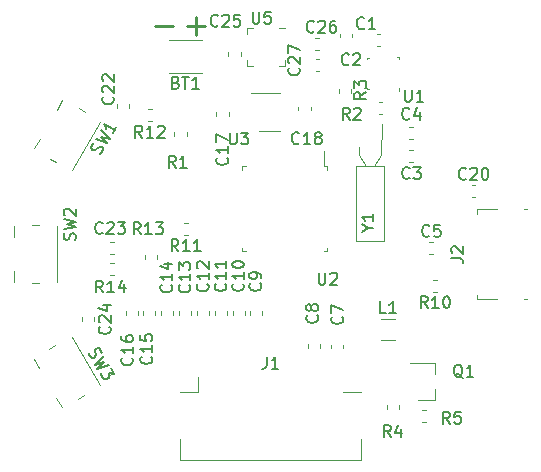
<source format=gbr>
G04 #@! TF.GenerationSoftware,KiCad,Pcbnew,5.1.4-1.fc30*
G04 #@! TF.CreationDate,2020-10-18T16:33:26+02:00*
G04 #@! TF.ProjectId,venom,76656e6f-6d2e-46b6-9963-61645f706362,rev?*
G04 #@! TF.SameCoordinates,Original*
G04 #@! TF.FileFunction,Legend,Top*
G04 #@! TF.FilePolarity,Positive*
%FSLAX46Y46*%
G04 Gerber Fmt 4.6, Leading zero omitted, Abs format (unit mm)*
G04 Created by KiCad (PCBNEW 5.1.4-1.fc30) date 2020-10-18 16:33:26*
%MOMM*%
%LPD*%
G04 APERTURE LIST*
%ADD10C,0.220000*%
%ADD11C,0.120000*%
%ADD12C,0.100000*%
%ADD13C,0.150000*%
G04 APERTURE END LIST*
D10*
X149728095Y-99482857D02*
X151251904Y-99482857D01*
X152400095Y-99456857D02*
X153923904Y-99456857D01*
X153162000Y-100218761D02*
X153162000Y-98694952D01*
D11*
X166755000Y-111274000D02*
X166755000Y-117674000D01*
X166755000Y-117674000D02*
X169155000Y-117674000D01*
X169155000Y-117674000D02*
X169155000Y-111274000D01*
X169155000Y-111274000D02*
X166755000Y-111274000D01*
X167605000Y-111274000D02*
X167005000Y-110374000D01*
X167005000Y-110374000D02*
X167005000Y-109702600D01*
X168305000Y-111274000D02*
X168905000Y-110374000D01*
X168905000Y-110374000D02*
X168910000Y-107797600D01*
D12*
X170370000Y-102120000D02*
X170220000Y-102120000D01*
X170370000Y-102130000D02*
X170370000Y-102280000D01*
X167670000Y-102130000D02*
X167670000Y-102280000D01*
X167670000Y-102130000D02*
X167820000Y-102130000D01*
X167820000Y-104830000D02*
X167670000Y-104830000D01*
X167670000Y-104830000D02*
X167670000Y-104680000D01*
X170370000Y-104680000D02*
X170370000Y-104930000D01*
D11*
X153350000Y-130410000D02*
X151860000Y-130410000D01*
X165670000Y-130410000D02*
X167160000Y-130410000D01*
X151860000Y-134470000D02*
X151860000Y-136210000D01*
X151860000Y-136210000D02*
X167160000Y-136210000D01*
X167160000Y-136210000D02*
X167160000Y-134470000D01*
X153350000Y-130410000D02*
X153350000Y-129210000D01*
X139482853Y-127649840D02*
X139945353Y-128450914D01*
X142687147Y-125799840D02*
X145037147Y-129870160D01*
X143723157Y-130744262D02*
X143246843Y-131019262D01*
X141273157Y-126500738D02*
X140796843Y-126775738D01*
X141370353Y-130919086D02*
X141832853Y-131720160D01*
X153692064Y-103400000D02*
X150887936Y-103400000D01*
X153692064Y-100680000D02*
X150887936Y-100680000D01*
X168818779Y-100150000D02*
X168493221Y-100150000D01*
X168818779Y-101170000D02*
X168493221Y-101170000D01*
X165400000Y-100422779D02*
X165400000Y-100097221D01*
X166420000Y-100422779D02*
X166420000Y-100097221D01*
X171257221Y-109930000D02*
X171582779Y-109930000D01*
X171257221Y-110950000D02*
X171582779Y-110950000D01*
X171277221Y-109060000D02*
X171602779Y-109060000D01*
X171277221Y-108040000D02*
X171602779Y-108040000D01*
X172967221Y-118790000D02*
X173292779Y-118790000D01*
X172967221Y-117770000D02*
X173292779Y-117770000D01*
X164630000Y-126762779D02*
X164630000Y-126437221D01*
X165650000Y-126762779D02*
X165650000Y-126437221D01*
X162720000Y-126742779D02*
X162720000Y-126417221D01*
X163740000Y-126742779D02*
X163740000Y-126417221D01*
X158830000Y-123942779D02*
X158830000Y-123617221D01*
X157810000Y-123942779D02*
X157810000Y-123617221D01*
X157320000Y-123942779D02*
X157320000Y-123617221D01*
X156300000Y-123942779D02*
X156300000Y-123617221D01*
X154790000Y-123942779D02*
X154790000Y-123617221D01*
X155810000Y-123942779D02*
X155810000Y-123617221D01*
X153280000Y-123932779D02*
X153280000Y-123607221D01*
X154300000Y-123932779D02*
X154300000Y-123607221D01*
X152790000Y-123932779D02*
X152790000Y-123607221D01*
X151770000Y-123932779D02*
X151770000Y-123607221D01*
X150260000Y-123932779D02*
X150260000Y-123607221D01*
X151280000Y-123932779D02*
X151280000Y-123607221D01*
X149770000Y-123932779D02*
X149770000Y-123607221D01*
X148750000Y-123932779D02*
X148750000Y-123607221D01*
X148260000Y-123932779D02*
X148260000Y-123607221D01*
X147240000Y-123932779D02*
X147240000Y-123607221D01*
X154938000Y-106771221D02*
X154938000Y-107096779D01*
X155958000Y-106771221D02*
X155958000Y-107096779D01*
X161880000Y-106612779D02*
X161880000Y-106287221D01*
X162900000Y-106612779D02*
X162900000Y-106287221D01*
X173460000Y-131120000D02*
X173460000Y-130190000D01*
X173460000Y-127960000D02*
X173460000Y-128890000D01*
X173460000Y-127960000D02*
X171300000Y-127960000D01*
X173460000Y-131120000D02*
X172000000Y-131120000D01*
X152402000Y-108439721D02*
X152402000Y-108765279D01*
X151382000Y-108439721D02*
X151382000Y-108765279D01*
X168992779Y-105860000D02*
X168667221Y-105860000D01*
X168992779Y-106880000D02*
X168667221Y-106880000D01*
X165280000Y-105102779D02*
X165280000Y-104777221D01*
X166300000Y-105102779D02*
X166300000Y-104777221D01*
X170360000Y-131537221D02*
X170360000Y-131862779D01*
X169340000Y-131537221D02*
X169340000Y-131862779D01*
X172317221Y-133010000D02*
X172642779Y-133010000D01*
X172317221Y-131990000D02*
X172642779Y-131990000D01*
X141872853Y-105739840D02*
X141410353Y-106540914D01*
X145077147Y-107589840D02*
X142727147Y-111660160D01*
X141313157Y-110959262D02*
X140836843Y-110684262D01*
X143763157Y-106715738D02*
X143286843Y-106440738D01*
X139985353Y-109009086D02*
X139522853Y-109810160D01*
X137760000Y-120205000D02*
X137760000Y-121130000D01*
X139885000Y-116330000D02*
X139335000Y-116330000D01*
X139885000Y-121230000D02*
X139335000Y-121230000D01*
X141460000Y-116430000D02*
X141460000Y-121130000D01*
X137760000Y-116430000D02*
X137760000Y-117355000D01*
X158510000Y-108390000D02*
X160310000Y-108390000D01*
X160310000Y-105170000D02*
X157860000Y-105170000D01*
X176960000Y-114970000D02*
X176960000Y-115350000D01*
X181010000Y-114970000D02*
X181270000Y-114970000D01*
X176960000Y-114970000D02*
X178730000Y-114970000D01*
X176960000Y-122590000D02*
X176960000Y-122210000D01*
X178730000Y-122590000D02*
X176960000Y-122590000D01*
X181270000Y-122590000D02*
X181010000Y-122590000D01*
X173612779Y-120940000D02*
X173287221Y-120940000D01*
X173612779Y-121960000D02*
X173287221Y-121960000D01*
X152512779Y-117160000D02*
X152187221Y-117160000D01*
X152512779Y-116140000D02*
X152187221Y-116140000D01*
X157100000Y-118250000D02*
X157100000Y-118550000D01*
X157100000Y-118550000D02*
X157400000Y-118550000D01*
X157100000Y-111630000D02*
X157100000Y-111330000D01*
X157100000Y-111330000D02*
X157400000Y-111330000D01*
X164320000Y-118250000D02*
X164320000Y-118550000D01*
X164320000Y-118550000D02*
X164020000Y-118550000D01*
X164320000Y-111630000D02*
X164320000Y-111330000D01*
X164320000Y-111330000D02*
X164020000Y-111330000D01*
X164020000Y-111330000D02*
X164020000Y-110015000D01*
X176537221Y-113960000D02*
X176862779Y-113960000D01*
X176537221Y-112940000D02*
X176862779Y-112940000D01*
X146500000Y-106432779D02*
X146500000Y-106107221D01*
X147520000Y-106432779D02*
X147520000Y-106107221D01*
X146252779Y-117710000D02*
X145927221Y-117710000D01*
X146252779Y-118730000D02*
X145927221Y-118730000D01*
X144600000Y-124107221D02*
X144600000Y-124432779D01*
X143580000Y-124107221D02*
X143580000Y-124432779D01*
X149442779Y-107530000D02*
X149117221Y-107530000D01*
X149442779Y-106510000D02*
X149117221Y-106510000D01*
X149930000Y-119162779D02*
X149930000Y-118837221D01*
X148910000Y-119162779D02*
X148910000Y-118837221D01*
X146252779Y-120540000D02*
X145927221Y-120540000D01*
X146252779Y-119520000D02*
X145927221Y-119520000D01*
X168847936Y-124240000D02*
X170052064Y-124240000D01*
X168847936Y-126060000D02*
X170052064Y-126060000D01*
X156974000Y-101691221D02*
X156974000Y-102016779D01*
X155954000Y-101691221D02*
X155954000Y-102016779D01*
X163317221Y-101510000D02*
X163642779Y-101510000D01*
X163317221Y-100490000D02*
X163642779Y-100490000D01*
X163327221Y-102240000D02*
X163652779Y-102240000D01*
X163327221Y-103260000D02*
X163652779Y-103260000D01*
D12*
X160710000Y-102350000D02*
X160710000Y-102850000D01*
X160710000Y-102850000D02*
X160210000Y-102850000D01*
X157510000Y-102850000D02*
X158010000Y-102850000D01*
X158010000Y-102850000D02*
X157510000Y-102850000D01*
X157510000Y-102850000D02*
X157510000Y-102350000D01*
X157510000Y-99650000D02*
X157510000Y-100150000D01*
X157510000Y-99650000D02*
X158010000Y-99650000D01*
X160710000Y-99650000D02*
X160210000Y-99650000D01*
D13*
X167743190Y-116554190D02*
X168219380Y-116554190D01*
X167219380Y-116887523D02*
X167743190Y-116554190D01*
X167219380Y-116220857D01*
X168219380Y-115363714D02*
X168219380Y-115935142D01*
X168219380Y-115649428D02*
X167219380Y-115649428D01*
X167362238Y-115744666D01*
X167457476Y-115839904D01*
X167505095Y-115935142D01*
X170888095Y-104862380D02*
X170888095Y-105671904D01*
X170935714Y-105767142D01*
X170983333Y-105814761D01*
X171078571Y-105862380D01*
X171269047Y-105862380D01*
X171364285Y-105814761D01*
X171411904Y-105767142D01*
X171459523Y-105671904D01*
X171459523Y-104862380D01*
X172459523Y-105862380D02*
X171888095Y-105862380D01*
X172173809Y-105862380D02*
X172173809Y-104862380D01*
X172078571Y-105005238D01*
X171983333Y-105100476D01*
X171888095Y-105148095D01*
X159176666Y-127462380D02*
X159176666Y-128176666D01*
X159129047Y-128319523D01*
X159033809Y-128414761D01*
X158890952Y-128462380D01*
X158795714Y-128462380D01*
X160176666Y-128462380D02*
X159605238Y-128462380D01*
X159890952Y-128462380D02*
X159890952Y-127462380D01*
X159795714Y-127605238D01*
X159700476Y-127700476D01*
X159605238Y-127748095D01*
X144142799Y-127127680D02*
X144172988Y-127275207D01*
X144292036Y-127481404D01*
X144380894Y-127540073D01*
X144445943Y-127557503D01*
X144552231Y-127551123D01*
X144634710Y-127503504D01*
X144693379Y-127414646D01*
X144710808Y-127349597D01*
X144704429Y-127243309D01*
X144650430Y-127054542D01*
X144644050Y-126948254D01*
X144661480Y-126883205D01*
X144720149Y-126794347D01*
X144802628Y-126746728D01*
X144908916Y-126740348D01*
X144973965Y-126757778D01*
X145062823Y-126816447D01*
X145181871Y-127022643D01*
X145212060Y-127170171D01*
X145419966Y-127435036D02*
X144672988Y-128141233D01*
X145386816Y-127949047D01*
X144863464Y-128471147D01*
X145848537Y-128177344D01*
X145991394Y-128424780D02*
X146300918Y-128960891D01*
X145804337Y-128862692D01*
X145875766Y-128986409D01*
X145882145Y-129092698D01*
X145864716Y-129157746D01*
X145806047Y-129246605D01*
X145599850Y-129365652D01*
X145493562Y-129372032D01*
X145428513Y-129354602D01*
X145339655Y-129295933D01*
X145196798Y-129048497D01*
X145190418Y-128942209D01*
X145207848Y-128877161D01*
X151504285Y-104248571D02*
X151647142Y-104296190D01*
X151694761Y-104343809D01*
X151742380Y-104439047D01*
X151742380Y-104581904D01*
X151694761Y-104677142D01*
X151647142Y-104724761D01*
X151551904Y-104772380D01*
X151170952Y-104772380D01*
X151170952Y-103772380D01*
X151504285Y-103772380D01*
X151599523Y-103820000D01*
X151647142Y-103867619D01*
X151694761Y-103962857D01*
X151694761Y-104058095D01*
X151647142Y-104153333D01*
X151599523Y-104200952D01*
X151504285Y-104248571D01*
X151170952Y-104248571D01*
X152028095Y-103772380D02*
X152599523Y-103772380D01*
X152313809Y-104772380D02*
X152313809Y-103772380D01*
X153456666Y-104772380D02*
X152885238Y-104772380D01*
X153170952Y-104772380D02*
X153170952Y-103772380D01*
X153075714Y-103915238D01*
X152980476Y-104010476D01*
X152885238Y-104058095D01*
X167439333Y-99627142D02*
X167391714Y-99674761D01*
X167248857Y-99722380D01*
X167153619Y-99722380D01*
X167010761Y-99674761D01*
X166915523Y-99579523D01*
X166867904Y-99484285D01*
X166820285Y-99293809D01*
X166820285Y-99150952D01*
X166867904Y-98960476D01*
X166915523Y-98865238D01*
X167010761Y-98770000D01*
X167153619Y-98722380D01*
X167248857Y-98722380D01*
X167391714Y-98770000D01*
X167439333Y-98817619D01*
X168391714Y-99722380D02*
X167820285Y-99722380D01*
X168106000Y-99722380D02*
X168106000Y-98722380D01*
X168010761Y-98865238D01*
X167915523Y-98960476D01*
X167820285Y-99008095D01*
X166153333Y-102687142D02*
X166105714Y-102734761D01*
X165962857Y-102782380D01*
X165867619Y-102782380D01*
X165724761Y-102734761D01*
X165629523Y-102639523D01*
X165581904Y-102544285D01*
X165534285Y-102353809D01*
X165534285Y-102210952D01*
X165581904Y-102020476D01*
X165629523Y-101925238D01*
X165724761Y-101830000D01*
X165867619Y-101782380D01*
X165962857Y-101782380D01*
X166105714Y-101830000D01*
X166153333Y-101877619D01*
X166534285Y-101877619D02*
X166581904Y-101830000D01*
X166677142Y-101782380D01*
X166915238Y-101782380D01*
X167010476Y-101830000D01*
X167058095Y-101877619D01*
X167105714Y-101972857D01*
X167105714Y-102068095D01*
X167058095Y-102210952D01*
X166486666Y-102782380D01*
X167105714Y-102782380D01*
X171283333Y-112307142D02*
X171235714Y-112354761D01*
X171092857Y-112402380D01*
X170997619Y-112402380D01*
X170854761Y-112354761D01*
X170759523Y-112259523D01*
X170711904Y-112164285D01*
X170664285Y-111973809D01*
X170664285Y-111830952D01*
X170711904Y-111640476D01*
X170759523Y-111545238D01*
X170854761Y-111450000D01*
X170997619Y-111402380D01*
X171092857Y-111402380D01*
X171235714Y-111450000D01*
X171283333Y-111497619D01*
X171616666Y-111402380D02*
X172235714Y-111402380D01*
X171902380Y-111783333D01*
X172045238Y-111783333D01*
X172140476Y-111830952D01*
X172188095Y-111878571D01*
X172235714Y-111973809D01*
X172235714Y-112211904D01*
X172188095Y-112307142D01*
X172140476Y-112354761D01*
X172045238Y-112402380D01*
X171759523Y-112402380D01*
X171664285Y-112354761D01*
X171616666Y-112307142D01*
X171273333Y-107291142D02*
X171225714Y-107338761D01*
X171082857Y-107386380D01*
X170987619Y-107386380D01*
X170844761Y-107338761D01*
X170749523Y-107243523D01*
X170701904Y-107148285D01*
X170654285Y-106957809D01*
X170654285Y-106814952D01*
X170701904Y-106624476D01*
X170749523Y-106529238D01*
X170844761Y-106434000D01*
X170987619Y-106386380D01*
X171082857Y-106386380D01*
X171225714Y-106434000D01*
X171273333Y-106481619D01*
X172130476Y-106719714D02*
X172130476Y-107386380D01*
X171892380Y-106338761D02*
X171654285Y-107053047D01*
X172273333Y-107053047D01*
X172963333Y-117207142D02*
X172915714Y-117254761D01*
X172772857Y-117302380D01*
X172677619Y-117302380D01*
X172534761Y-117254761D01*
X172439523Y-117159523D01*
X172391904Y-117064285D01*
X172344285Y-116873809D01*
X172344285Y-116730952D01*
X172391904Y-116540476D01*
X172439523Y-116445238D01*
X172534761Y-116350000D01*
X172677619Y-116302380D01*
X172772857Y-116302380D01*
X172915714Y-116350000D01*
X172963333Y-116397619D01*
X173868095Y-116302380D02*
X173391904Y-116302380D01*
X173344285Y-116778571D01*
X173391904Y-116730952D01*
X173487142Y-116683333D01*
X173725238Y-116683333D01*
X173820476Y-116730952D01*
X173868095Y-116778571D01*
X173915714Y-116873809D01*
X173915714Y-117111904D01*
X173868095Y-117207142D01*
X173820476Y-117254761D01*
X173725238Y-117302380D01*
X173487142Y-117302380D01*
X173391904Y-117254761D01*
X173344285Y-117207142D01*
X165567142Y-124066666D02*
X165614761Y-124114285D01*
X165662380Y-124257142D01*
X165662380Y-124352380D01*
X165614761Y-124495238D01*
X165519523Y-124590476D01*
X165424285Y-124638095D01*
X165233809Y-124685714D01*
X165090952Y-124685714D01*
X164900476Y-124638095D01*
X164805238Y-124590476D01*
X164710000Y-124495238D01*
X164662380Y-124352380D01*
X164662380Y-124257142D01*
X164710000Y-124114285D01*
X164757619Y-124066666D01*
X164662380Y-123733333D02*
X164662380Y-123066666D01*
X165662380Y-123495238D01*
X163447142Y-123966666D02*
X163494761Y-124014285D01*
X163542380Y-124157142D01*
X163542380Y-124252380D01*
X163494761Y-124395238D01*
X163399523Y-124490476D01*
X163304285Y-124538095D01*
X163113809Y-124585714D01*
X162970952Y-124585714D01*
X162780476Y-124538095D01*
X162685238Y-124490476D01*
X162590000Y-124395238D01*
X162542380Y-124252380D01*
X162542380Y-124157142D01*
X162590000Y-124014285D01*
X162637619Y-123966666D01*
X162970952Y-123395238D02*
X162923333Y-123490476D01*
X162875714Y-123538095D01*
X162780476Y-123585714D01*
X162732857Y-123585714D01*
X162637619Y-123538095D01*
X162590000Y-123490476D01*
X162542380Y-123395238D01*
X162542380Y-123204761D01*
X162590000Y-123109523D01*
X162637619Y-123061904D01*
X162732857Y-123014285D01*
X162780476Y-123014285D01*
X162875714Y-123061904D01*
X162923333Y-123109523D01*
X162970952Y-123204761D01*
X162970952Y-123395238D01*
X163018571Y-123490476D01*
X163066190Y-123538095D01*
X163161428Y-123585714D01*
X163351904Y-123585714D01*
X163447142Y-123538095D01*
X163494761Y-123490476D01*
X163542380Y-123395238D01*
X163542380Y-123204761D01*
X163494761Y-123109523D01*
X163447142Y-123061904D01*
X163351904Y-123014285D01*
X163161428Y-123014285D01*
X163066190Y-123061904D01*
X163018571Y-123109523D01*
X162970952Y-123204761D01*
X158637142Y-121256666D02*
X158684761Y-121304285D01*
X158732380Y-121447142D01*
X158732380Y-121542380D01*
X158684761Y-121685238D01*
X158589523Y-121780476D01*
X158494285Y-121828095D01*
X158303809Y-121875714D01*
X158160952Y-121875714D01*
X157970476Y-121828095D01*
X157875238Y-121780476D01*
X157780000Y-121685238D01*
X157732380Y-121542380D01*
X157732380Y-121447142D01*
X157780000Y-121304285D01*
X157827619Y-121256666D01*
X158732380Y-120780476D02*
X158732380Y-120590000D01*
X158684761Y-120494761D01*
X158637142Y-120447142D01*
X158494285Y-120351904D01*
X158303809Y-120304285D01*
X157922857Y-120304285D01*
X157827619Y-120351904D01*
X157780000Y-120399523D01*
X157732380Y-120494761D01*
X157732380Y-120685238D01*
X157780000Y-120780476D01*
X157827619Y-120828095D01*
X157922857Y-120875714D01*
X158160952Y-120875714D01*
X158256190Y-120828095D01*
X158303809Y-120780476D01*
X158351428Y-120685238D01*
X158351428Y-120494761D01*
X158303809Y-120399523D01*
X158256190Y-120351904D01*
X158160952Y-120304285D01*
X157167142Y-121272857D02*
X157214761Y-121320476D01*
X157262380Y-121463333D01*
X157262380Y-121558571D01*
X157214761Y-121701428D01*
X157119523Y-121796666D01*
X157024285Y-121844285D01*
X156833809Y-121891904D01*
X156690952Y-121891904D01*
X156500476Y-121844285D01*
X156405238Y-121796666D01*
X156310000Y-121701428D01*
X156262380Y-121558571D01*
X156262380Y-121463333D01*
X156310000Y-121320476D01*
X156357619Y-121272857D01*
X157262380Y-120320476D02*
X157262380Y-120891904D01*
X157262380Y-120606190D02*
X156262380Y-120606190D01*
X156405238Y-120701428D01*
X156500476Y-120796666D01*
X156548095Y-120891904D01*
X156262380Y-119701428D02*
X156262380Y-119606190D01*
X156310000Y-119510952D01*
X156357619Y-119463333D01*
X156452857Y-119415714D01*
X156643333Y-119368095D01*
X156881428Y-119368095D01*
X157071904Y-119415714D01*
X157167142Y-119463333D01*
X157214761Y-119510952D01*
X157262380Y-119606190D01*
X157262380Y-119701428D01*
X157214761Y-119796666D01*
X157167142Y-119844285D01*
X157071904Y-119891904D01*
X156881428Y-119939523D01*
X156643333Y-119939523D01*
X156452857Y-119891904D01*
X156357619Y-119844285D01*
X156310000Y-119796666D01*
X156262380Y-119701428D01*
X155677142Y-121272857D02*
X155724761Y-121320476D01*
X155772380Y-121463333D01*
X155772380Y-121558571D01*
X155724761Y-121701428D01*
X155629523Y-121796666D01*
X155534285Y-121844285D01*
X155343809Y-121891904D01*
X155200952Y-121891904D01*
X155010476Y-121844285D01*
X154915238Y-121796666D01*
X154820000Y-121701428D01*
X154772380Y-121558571D01*
X154772380Y-121463333D01*
X154820000Y-121320476D01*
X154867619Y-121272857D01*
X155772380Y-120320476D02*
X155772380Y-120891904D01*
X155772380Y-120606190D02*
X154772380Y-120606190D01*
X154915238Y-120701428D01*
X155010476Y-120796666D01*
X155058095Y-120891904D01*
X155772380Y-119368095D02*
X155772380Y-119939523D01*
X155772380Y-119653809D02*
X154772380Y-119653809D01*
X154915238Y-119749047D01*
X155010476Y-119844285D01*
X155058095Y-119939523D01*
X154167142Y-121302857D02*
X154214761Y-121350476D01*
X154262380Y-121493333D01*
X154262380Y-121588571D01*
X154214761Y-121731428D01*
X154119523Y-121826666D01*
X154024285Y-121874285D01*
X153833809Y-121921904D01*
X153690952Y-121921904D01*
X153500476Y-121874285D01*
X153405238Y-121826666D01*
X153310000Y-121731428D01*
X153262380Y-121588571D01*
X153262380Y-121493333D01*
X153310000Y-121350476D01*
X153357619Y-121302857D01*
X154262380Y-120350476D02*
X154262380Y-120921904D01*
X154262380Y-120636190D02*
X153262380Y-120636190D01*
X153405238Y-120731428D01*
X153500476Y-120826666D01*
X153548095Y-120921904D01*
X153357619Y-119969523D02*
X153310000Y-119921904D01*
X153262380Y-119826666D01*
X153262380Y-119588571D01*
X153310000Y-119493333D01*
X153357619Y-119445714D01*
X153452857Y-119398095D01*
X153548095Y-119398095D01*
X153690952Y-119445714D01*
X154262380Y-120017142D01*
X154262380Y-119398095D01*
X152637142Y-121372857D02*
X152684761Y-121420476D01*
X152732380Y-121563333D01*
X152732380Y-121658571D01*
X152684761Y-121801428D01*
X152589523Y-121896666D01*
X152494285Y-121944285D01*
X152303809Y-121991904D01*
X152160952Y-121991904D01*
X151970476Y-121944285D01*
X151875238Y-121896666D01*
X151780000Y-121801428D01*
X151732380Y-121658571D01*
X151732380Y-121563333D01*
X151780000Y-121420476D01*
X151827619Y-121372857D01*
X152732380Y-120420476D02*
X152732380Y-120991904D01*
X152732380Y-120706190D02*
X151732380Y-120706190D01*
X151875238Y-120801428D01*
X151970476Y-120896666D01*
X152018095Y-120991904D01*
X151732380Y-120087142D02*
X151732380Y-119468095D01*
X152113333Y-119801428D01*
X152113333Y-119658571D01*
X152160952Y-119563333D01*
X152208571Y-119515714D01*
X152303809Y-119468095D01*
X152541904Y-119468095D01*
X152637142Y-119515714D01*
X152684761Y-119563333D01*
X152732380Y-119658571D01*
X152732380Y-119944285D01*
X152684761Y-120039523D01*
X152637142Y-120087142D01*
X151097142Y-121382857D02*
X151144761Y-121430476D01*
X151192380Y-121573333D01*
X151192380Y-121668571D01*
X151144761Y-121811428D01*
X151049523Y-121906666D01*
X150954285Y-121954285D01*
X150763809Y-122001904D01*
X150620952Y-122001904D01*
X150430476Y-121954285D01*
X150335238Y-121906666D01*
X150240000Y-121811428D01*
X150192380Y-121668571D01*
X150192380Y-121573333D01*
X150240000Y-121430476D01*
X150287619Y-121382857D01*
X151192380Y-120430476D02*
X151192380Y-121001904D01*
X151192380Y-120716190D02*
X150192380Y-120716190D01*
X150335238Y-120811428D01*
X150430476Y-120906666D01*
X150478095Y-121001904D01*
X150525714Y-119573333D02*
X151192380Y-119573333D01*
X150144761Y-119811428D02*
X150859047Y-120049523D01*
X150859047Y-119430476D01*
X149407142Y-127452857D02*
X149454761Y-127500476D01*
X149502380Y-127643333D01*
X149502380Y-127738571D01*
X149454761Y-127881428D01*
X149359523Y-127976666D01*
X149264285Y-128024285D01*
X149073809Y-128071904D01*
X148930952Y-128071904D01*
X148740476Y-128024285D01*
X148645238Y-127976666D01*
X148550000Y-127881428D01*
X148502380Y-127738571D01*
X148502380Y-127643333D01*
X148550000Y-127500476D01*
X148597619Y-127452857D01*
X149502380Y-126500476D02*
X149502380Y-127071904D01*
X149502380Y-126786190D02*
X148502380Y-126786190D01*
X148645238Y-126881428D01*
X148740476Y-126976666D01*
X148788095Y-127071904D01*
X148502380Y-125595714D02*
X148502380Y-126071904D01*
X148978571Y-126119523D01*
X148930952Y-126071904D01*
X148883333Y-125976666D01*
X148883333Y-125738571D01*
X148930952Y-125643333D01*
X148978571Y-125595714D01*
X149073809Y-125548095D01*
X149311904Y-125548095D01*
X149407142Y-125595714D01*
X149454761Y-125643333D01*
X149502380Y-125738571D01*
X149502380Y-125976666D01*
X149454761Y-126071904D01*
X149407142Y-126119523D01*
X147777142Y-127552857D02*
X147824761Y-127600476D01*
X147872380Y-127743333D01*
X147872380Y-127838571D01*
X147824761Y-127981428D01*
X147729523Y-128076666D01*
X147634285Y-128124285D01*
X147443809Y-128171904D01*
X147300952Y-128171904D01*
X147110476Y-128124285D01*
X147015238Y-128076666D01*
X146920000Y-127981428D01*
X146872380Y-127838571D01*
X146872380Y-127743333D01*
X146920000Y-127600476D01*
X146967619Y-127552857D01*
X147872380Y-126600476D02*
X147872380Y-127171904D01*
X147872380Y-126886190D02*
X146872380Y-126886190D01*
X147015238Y-126981428D01*
X147110476Y-127076666D01*
X147158095Y-127171904D01*
X146872380Y-125743333D02*
X146872380Y-125933809D01*
X146920000Y-126029047D01*
X146967619Y-126076666D01*
X147110476Y-126171904D01*
X147300952Y-126219523D01*
X147681904Y-126219523D01*
X147777142Y-126171904D01*
X147824761Y-126124285D01*
X147872380Y-126029047D01*
X147872380Y-125838571D01*
X147824761Y-125743333D01*
X147777142Y-125695714D01*
X147681904Y-125648095D01*
X147443809Y-125648095D01*
X147348571Y-125695714D01*
X147300952Y-125743333D01*
X147253333Y-125838571D01*
X147253333Y-126029047D01*
X147300952Y-126124285D01*
X147348571Y-126171904D01*
X147443809Y-126219523D01*
X155825142Y-110596857D02*
X155872761Y-110644476D01*
X155920380Y-110787333D01*
X155920380Y-110882571D01*
X155872761Y-111025428D01*
X155777523Y-111120666D01*
X155682285Y-111168285D01*
X155491809Y-111215904D01*
X155348952Y-111215904D01*
X155158476Y-111168285D01*
X155063238Y-111120666D01*
X154968000Y-111025428D01*
X154920380Y-110882571D01*
X154920380Y-110787333D01*
X154968000Y-110644476D01*
X155015619Y-110596857D01*
X155920380Y-109644476D02*
X155920380Y-110215904D01*
X155920380Y-109930190D02*
X154920380Y-109930190D01*
X155063238Y-110025428D01*
X155158476Y-110120666D01*
X155206095Y-110215904D01*
X154920380Y-109311142D02*
X154920380Y-108644476D01*
X155920380Y-109073047D01*
X161927142Y-109367142D02*
X161879523Y-109414761D01*
X161736666Y-109462380D01*
X161641428Y-109462380D01*
X161498571Y-109414761D01*
X161403333Y-109319523D01*
X161355714Y-109224285D01*
X161308095Y-109033809D01*
X161308095Y-108890952D01*
X161355714Y-108700476D01*
X161403333Y-108605238D01*
X161498571Y-108510000D01*
X161641428Y-108462380D01*
X161736666Y-108462380D01*
X161879523Y-108510000D01*
X161927142Y-108557619D01*
X162879523Y-109462380D02*
X162308095Y-109462380D01*
X162593809Y-109462380D02*
X162593809Y-108462380D01*
X162498571Y-108605238D01*
X162403333Y-108700476D01*
X162308095Y-108748095D01*
X163450952Y-108890952D02*
X163355714Y-108843333D01*
X163308095Y-108795714D01*
X163260476Y-108700476D01*
X163260476Y-108652857D01*
X163308095Y-108557619D01*
X163355714Y-108510000D01*
X163450952Y-108462380D01*
X163641428Y-108462380D01*
X163736666Y-108510000D01*
X163784285Y-108557619D01*
X163831904Y-108652857D01*
X163831904Y-108700476D01*
X163784285Y-108795714D01*
X163736666Y-108843333D01*
X163641428Y-108890952D01*
X163450952Y-108890952D01*
X163355714Y-108938571D01*
X163308095Y-108986190D01*
X163260476Y-109081428D01*
X163260476Y-109271904D01*
X163308095Y-109367142D01*
X163355714Y-109414761D01*
X163450952Y-109462380D01*
X163641428Y-109462380D01*
X163736666Y-109414761D01*
X163784285Y-109367142D01*
X163831904Y-109271904D01*
X163831904Y-109081428D01*
X163784285Y-108986190D01*
X163736666Y-108938571D01*
X163641428Y-108890952D01*
X175774761Y-129237619D02*
X175679523Y-129190000D01*
X175584285Y-129094761D01*
X175441428Y-128951904D01*
X175346190Y-128904285D01*
X175250952Y-128904285D01*
X175298571Y-129142380D02*
X175203333Y-129094761D01*
X175108095Y-128999523D01*
X175060476Y-128809047D01*
X175060476Y-128475714D01*
X175108095Y-128285238D01*
X175203333Y-128190000D01*
X175298571Y-128142380D01*
X175489047Y-128142380D01*
X175584285Y-128190000D01*
X175679523Y-128285238D01*
X175727142Y-128475714D01*
X175727142Y-128809047D01*
X175679523Y-128999523D01*
X175584285Y-129094761D01*
X175489047Y-129142380D01*
X175298571Y-129142380D01*
X176679523Y-129142380D02*
X176108095Y-129142380D01*
X176393809Y-129142380D02*
X176393809Y-128142380D01*
X176298571Y-128285238D01*
X176203333Y-128380476D01*
X176108095Y-128428095D01*
X151471333Y-111450380D02*
X151138000Y-110974190D01*
X150899904Y-111450380D02*
X150899904Y-110450380D01*
X151280857Y-110450380D01*
X151376095Y-110498000D01*
X151423714Y-110545619D01*
X151471333Y-110640857D01*
X151471333Y-110783714D01*
X151423714Y-110878952D01*
X151376095Y-110926571D01*
X151280857Y-110974190D01*
X150899904Y-110974190D01*
X152423714Y-111450380D02*
X151852285Y-111450380D01*
X152138000Y-111450380D02*
X152138000Y-110450380D01*
X152042761Y-110593238D01*
X151947523Y-110688476D01*
X151852285Y-110736095D01*
X166203333Y-107386380D02*
X165870000Y-106910190D01*
X165631904Y-107386380D02*
X165631904Y-106386380D01*
X166012857Y-106386380D01*
X166108095Y-106434000D01*
X166155714Y-106481619D01*
X166203333Y-106576857D01*
X166203333Y-106719714D01*
X166155714Y-106814952D01*
X166108095Y-106862571D01*
X166012857Y-106910190D01*
X165631904Y-106910190D01*
X166584285Y-106481619D02*
X166631904Y-106434000D01*
X166727142Y-106386380D01*
X166965238Y-106386380D01*
X167060476Y-106434000D01*
X167108095Y-106481619D01*
X167155714Y-106576857D01*
X167155714Y-106672095D01*
X167108095Y-106814952D01*
X166536666Y-107386380D01*
X167155714Y-107386380D01*
X167602380Y-105056666D02*
X167126190Y-105390000D01*
X167602380Y-105628095D02*
X166602380Y-105628095D01*
X166602380Y-105247142D01*
X166650000Y-105151904D01*
X166697619Y-105104285D01*
X166792857Y-105056666D01*
X166935714Y-105056666D01*
X167030952Y-105104285D01*
X167078571Y-105151904D01*
X167126190Y-105247142D01*
X167126190Y-105628095D01*
X166602380Y-104723333D02*
X166602380Y-104104285D01*
X166983333Y-104437619D01*
X166983333Y-104294761D01*
X167030952Y-104199523D01*
X167078571Y-104151904D01*
X167173809Y-104104285D01*
X167411904Y-104104285D01*
X167507142Y-104151904D01*
X167554761Y-104199523D01*
X167602380Y-104294761D01*
X167602380Y-104580476D01*
X167554761Y-104675714D01*
X167507142Y-104723333D01*
X169683333Y-134252380D02*
X169350000Y-133776190D01*
X169111904Y-134252380D02*
X169111904Y-133252380D01*
X169492857Y-133252380D01*
X169588095Y-133300000D01*
X169635714Y-133347619D01*
X169683333Y-133442857D01*
X169683333Y-133585714D01*
X169635714Y-133680952D01*
X169588095Y-133728571D01*
X169492857Y-133776190D01*
X169111904Y-133776190D01*
X170540476Y-133585714D02*
X170540476Y-134252380D01*
X170302380Y-133204761D02*
X170064285Y-133919047D01*
X170683333Y-133919047D01*
X174703333Y-133122380D02*
X174370000Y-132646190D01*
X174131904Y-133122380D02*
X174131904Y-132122380D01*
X174512857Y-132122380D01*
X174608095Y-132170000D01*
X174655714Y-132217619D01*
X174703333Y-132312857D01*
X174703333Y-132455714D01*
X174655714Y-132550952D01*
X174608095Y-132598571D01*
X174512857Y-132646190D01*
X174131904Y-132646190D01*
X175608095Y-132122380D02*
X175131904Y-132122380D01*
X175084285Y-132598571D01*
X175131904Y-132550952D01*
X175227142Y-132503333D01*
X175465238Y-132503333D01*
X175560476Y-132550952D01*
X175608095Y-132598571D01*
X175655714Y-132693809D01*
X175655714Y-132931904D01*
X175608095Y-133027142D01*
X175560476Y-133074761D01*
X175465238Y-133122380D01*
X175227142Y-133122380D01*
X175131904Y-133074761D01*
X175084285Y-133027142D01*
X145083867Y-110307081D02*
X145196535Y-110207173D01*
X145315582Y-110000976D01*
X145321962Y-109894688D01*
X145304532Y-109829639D01*
X145245863Y-109740781D01*
X145163385Y-109693162D01*
X145057097Y-109686782D01*
X144992048Y-109704212D01*
X144903189Y-109762881D01*
X144766712Y-109904029D01*
X144677854Y-109962698D01*
X144612805Y-109980127D01*
X144506517Y-109973748D01*
X144424038Y-109926129D01*
X144365369Y-109837270D01*
X144347939Y-109772221D01*
X144354319Y-109665933D01*
X144473367Y-109459737D01*
X144586034Y-109359828D01*
X144711462Y-109047344D02*
X145696535Y-109341147D01*
X145173183Y-108819047D01*
X145887011Y-109011233D01*
X145140033Y-108305036D01*
X146458440Y-108021489D02*
X146172725Y-108516361D01*
X146315582Y-108268925D02*
X145449557Y-107768925D01*
X145525656Y-107922832D01*
X145560515Y-108052930D01*
X145554136Y-108159218D01*
X142954761Y-117583333D02*
X143002380Y-117440476D01*
X143002380Y-117202380D01*
X142954761Y-117107142D01*
X142907142Y-117059523D01*
X142811904Y-117011904D01*
X142716666Y-117011904D01*
X142621428Y-117059523D01*
X142573809Y-117107142D01*
X142526190Y-117202380D01*
X142478571Y-117392857D01*
X142430952Y-117488095D01*
X142383333Y-117535714D01*
X142288095Y-117583333D01*
X142192857Y-117583333D01*
X142097619Y-117535714D01*
X142050000Y-117488095D01*
X142002380Y-117392857D01*
X142002380Y-117154761D01*
X142050000Y-117011904D01*
X142002380Y-116678571D02*
X143002380Y-116440476D01*
X142288095Y-116250000D01*
X143002380Y-116059523D01*
X142002380Y-115821428D01*
X142097619Y-115488095D02*
X142050000Y-115440476D01*
X142002380Y-115345238D01*
X142002380Y-115107142D01*
X142050000Y-115011904D01*
X142097619Y-114964285D01*
X142192857Y-114916666D01*
X142288095Y-114916666D01*
X142430952Y-114964285D01*
X143002380Y-115535714D01*
X143002380Y-114916666D01*
X156068095Y-108482380D02*
X156068095Y-109291904D01*
X156115714Y-109387142D01*
X156163333Y-109434761D01*
X156258571Y-109482380D01*
X156449047Y-109482380D01*
X156544285Y-109434761D01*
X156591904Y-109387142D01*
X156639523Y-109291904D01*
X156639523Y-108482380D01*
X157020476Y-108482380D02*
X157639523Y-108482380D01*
X157306190Y-108863333D01*
X157449047Y-108863333D01*
X157544285Y-108910952D01*
X157591904Y-108958571D01*
X157639523Y-109053809D01*
X157639523Y-109291904D01*
X157591904Y-109387142D01*
X157544285Y-109434761D01*
X157449047Y-109482380D01*
X157163333Y-109482380D01*
X157068095Y-109434761D01*
X157020476Y-109387142D01*
X174822380Y-119113333D02*
X175536666Y-119113333D01*
X175679523Y-119160952D01*
X175774761Y-119256190D01*
X175822380Y-119399047D01*
X175822380Y-119494285D01*
X174917619Y-118684761D02*
X174870000Y-118637142D01*
X174822380Y-118541904D01*
X174822380Y-118303809D01*
X174870000Y-118208571D01*
X174917619Y-118160952D01*
X175012857Y-118113333D01*
X175108095Y-118113333D01*
X175250952Y-118160952D01*
X175822380Y-118732380D01*
X175822380Y-118113333D01*
X172807142Y-123332380D02*
X172473809Y-122856190D01*
X172235714Y-123332380D02*
X172235714Y-122332380D01*
X172616666Y-122332380D01*
X172711904Y-122380000D01*
X172759523Y-122427619D01*
X172807142Y-122522857D01*
X172807142Y-122665714D01*
X172759523Y-122760952D01*
X172711904Y-122808571D01*
X172616666Y-122856190D01*
X172235714Y-122856190D01*
X173759523Y-123332380D02*
X173188095Y-123332380D01*
X173473809Y-123332380D02*
X173473809Y-122332380D01*
X173378571Y-122475238D01*
X173283333Y-122570476D01*
X173188095Y-122618095D01*
X174378571Y-122332380D02*
X174473809Y-122332380D01*
X174569047Y-122380000D01*
X174616666Y-122427619D01*
X174664285Y-122522857D01*
X174711904Y-122713333D01*
X174711904Y-122951428D01*
X174664285Y-123141904D01*
X174616666Y-123237142D01*
X174569047Y-123284761D01*
X174473809Y-123332380D01*
X174378571Y-123332380D01*
X174283333Y-123284761D01*
X174235714Y-123237142D01*
X174188095Y-123141904D01*
X174140476Y-122951428D01*
X174140476Y-122713333D01*
X174188095Y-122522857D01*
X174235714Y-122427619D01*
X174283333Y-122380000D01*
X174378571Y-122332380D01*
X151707142Y-118532380D02*
X151373809Y-118056190D01*
X151135714Y-118532380D02*
X151135714Y-117532380D01*
X151516666Y-117532380D01*
X151611904Y-117580000D01*
X151659523Y-117627619D01*
X151707142Y-117722857D01*
X151707142Y-117865714D01*
X151659523Y-117960952D01*
X151611904Y-118008571D01*
X151516666Y-118056190D01*
X151135714Y-118056190D01*
X152659523Y-118532380D02*
X152088095Y-118532380D01*
X152373809Y-118532380D02*
X152373809Y-117532380D01*
X152278571Y-117675238D01*
X152183333Y-117770476D01*
X152088095Y-117818095D01*
X153611904Y-118532380D02*
X153040476Y-118532380D01*
X153326190Y-118532380D02*
X153326190Y-117532380D01*
X153230952Y-117675238D01*
X153135714Y-117770476D01*
X153040476Y-117818095D01*
X163576095Y-120356380D02*
X163576095Y-121165904D01*
X163623714Y-121261142D01*
X163671333Y-121308761D01*
X163766571Y-121356380D01*
X163957047Y-121356380D01*
X164052285Y-121308761D01*
X164099904Y-121261142D01*
X164147523Y-121165904D01*
X164147523Y-120356380D01*
X164576095Y-120451619D02*
X164623714Y-120404000D01*
X164718952Y-120356380D01*
X164957047Y-120356380D01*
X165052285Y-120404000D01*
X165099904Y-120451619D01*
X165147523Y-120546857D01*
X165147523Y-120642095D01*
X165099904Y-120784952D01*
X164528476Y-121356380D01*
X165147523Y-121356380D01*
X176057142Y-112377142D02*
X176009523Y-112424761D01*
X175866666Y-112472380D01*
X175771428Y-112472380D01*
X175628571Y-112424761D01*
X175533333Y-112329523D01*
X175485714Y-112234285D01*
X175438095Y-112043809D01*
X175438095Y-111900952D01*
X175485714Y-111710476D01*
X175533333Y-111615238D01*
X175628571Y-111520000D01*
X175771428Y-111472380D01*
X175866666Y-111472380D01*
X176009523Y-111520000D01*
X176057142Y-111567619D01*
X176438095Y-111567619D02*
X176485714Y-111520000D01*
X176580952Y-111472380D01*
X176819047Y-111472380D01*
X176914285Y-111520000D01*
X176961904Y-111567619D01*
X177009523Y-111662857D01*
X177009523Y-111758095D01*
X176961904Y-111900952D01*
X176390476Y-112472380D01*
X177009523Y-112472380D01*
X177628571Y-111472380D02*
X177723809Y-111472380D01*
X177819047Y-111520000D01*
X177866666Y-111567619D01*
X177914285Y-111662857D01*
X177961904Y-111853333D01*
X177961904Y-112091428D01*
X177914285Y-112281904D01*
X177866666Y-112377142D01*
X177819047Y-112424761D01*
X177723809Y-112472380D01*
X177628571Y-112472380D01*
X177533333Y-112424761D01*
X177485714Y-112377142D01*
X177438095Y-112281904D01*
X177390476Y-112091428D01*
X177390476Y-111853333D01*
X177438095Y-111662857D01*
X177485714Y-111567619D01*
X177533333Y-111520000D01*
X177628571Y-111472380D01*
X146167142Y-105452857D02*
X146214761Y-105500476D01*
X146262380Y-105643333D01*
X146262380Y-105738571D01*
X146214761Y-105881428D01*
X146119523Y-105976666D01*
X146024285Y-106024285D01*
X145833809Y-106071904D01*
X145690952Y-106071904D01*
X145500476Y-106024285D01*
X145405238Y-105976666D01*
X145310000Y-105881428D01*
X145262380Y-105738571D01*
X145262380Y-105643333D01*
X145310000Y-105500476D01*
X145357619Y-105452857D01*
X145357619Y-105071904D02*
X145310000Y-105024285D01*
X145262380Y-104929047D01*
X145262380Y-104690952D01*
X145310000Y-104595714D01*
X145357619Y-104548095D01*
X145452857Y-104500476D01*
X145548095Y-104500476D01*
X145690952Y-104548095D01*
X146262380Y-105119523D01*
X146262380Y-104500476D01*
X145357619Y-104119523D02*
X145310000Y-104071904D01*
X145262380Y-103976666D01*
X145262380Y-103738571D01*
X145310000Y-103643333D01*
X145357619Y-103595714D01*
X145452857Y-103548095D01*
X145548095Y-103548095D01*
X145690952Y-103595714D01*
X146262380Y-104167142D01*
X146262380Y-103548095D01*
X145287142Y-116957142D02*
X145239523Y-117004761D01*
X145096666Y-117052380D01*
X145001428Y-117052380D01*
X144858571Y-117004761D01*
X144763333Y-116909523D01*
X144715714Y-116814285D01*
X144668095Y-116623809D01*
X144668095Y-116480952D01*
X144715714Y-116290476D01*
X144763333Y-116195238D01*
X144858571Y-116100000D01*
X145001428Y-116052380D01*
X145096666Y-116052380D01*
X145239523Y-116100000D01*
X145287142Y-116147619D01*
X145668095Y-116147619D02*
X145715714Y-116100000D01*
X145810952Y-116052380D01*
X146049047Y-116052380D01*
X146144285Y-116100000D01*
X146191904Y-116147619D01*
X146239523Y-116242857D01*
X146239523Y-116338095D01*
X146191904Y-116480952D01*
X145620476Y-117052380D01*
X146239523Y-117052380D01*
X146572857Y-116052380D02*
X147191904Y-116052380D01*
X146858571Y-116433333D01*
X147001428Y-116433333D01*
X147096666Y-116480952D01*
X147144285Y-116528571D01*
X147191904Y-116623809D01*
X147191904Y-116861904D01*
X147144285Y-116957142D01*
X147096666Y-117004761D01*
X147001428Y-117052380D01*
X146715714Y-117052380D01*
X146620476Y-117004761D01*
X146572857Y-116957142D01*
X145877142Y-124912857D02*
X145924761Y-124960476D01*
X145972380Y-125103333D01*
X145972380Y-125198571D01*
X145924761Y-125341428D01*
X145829523Y-125436666D01*
X145734285Y-125484285D01*
X145543809Y-125531904D01*
X145400952Y-125531904D01*
X145210476Y-125484285D01*
X145115238Y-125436666D01*
X145020000Y-125341428D01*
X144972380Y-125198571D01*
X144972380Y-125103333D01*
X145020000Y-124960476D01*
X145067619Y-124912857D01*
X145067619Y-124531904D02*
X145020000Y-124484285D01*
X144972380Y-124389047D01*
X144972380Y-124150952D01*
X145020000Y-124055714D01*
X145067619Y-124008095D01*
X145162857Y-123960476D01*
X145258095Y-123960476D01*
X145400952Y-124008095D01*
X145972380Y-124579523D01*
X145972380Y-123960476D01*
X145305714Y-123103333D02*
X145972380Y-123103333D01*
X144924761Y-123341428D02*
X145639047Y-123579523D01*
X145639047Y-122960476D01*
X148637142Y-108902380D02*
X148303809Y-108426190D01*
X148065714Y-108902380D02*
X148065714Y-107902380D01*
X148446666Y-107902380D01*
X148541904Y-107950000D01*
X148589523Y-107997619D01*
X148637142Y-108092857D01*
X148637142Y-108235714D01*
X148589523Y-108330952D01*
X148541904Y-108378571D01*
X148446666Y-108426190D01*
X148065714Y-108426190D01*
X149589523Y-108902380D02*
X149018095Y-108902380D01*
X149303809Y-108902380D02*
X149303809Y-107902380D01*
X149208571Y-108045238D01*
X149113333Y-108140476D01*
X149018095Y-108188095D01*
X149970476Y-107997619D02*
X150018095Y-107950000D01*
X150113333Y-107902380D01*
X150351428Y-107902380D01*
X150446666Y-107950000D01*
X150494285Y-107997619D01*
X150541904Y-108092857D01*
X150541904Y-108188095D01*
X150494285Y-108330952D01*
X149922857Y-108902380D01*
X150541904Y-108902380D01*
X148507142Y-117092380D02*
X148173809Y-116616190D01*
X147935714Y-117092380D02*
X147935714Y-116092380D01*
X148316666Y-116092380D01*
X148411904Y-116140000D01*
X148459523Y-116187619D01*
X148507142Y-116282857D01*
X148507142Y-116425714D01*
X148459523Y-116520952D01*
X148411904Y-116568571D01*
X148316666Y-116616190D01*
X147935714Y-116616190D01*
X149459523Y-117092380D02*
X148888095Y-117092380D01*
X149173809Y-117092380D02*
X149173809Y-116092380D01*
X149078571Y-116235238D01*
X148983333Y-116330476D01*
X148888095Y-116378095D01*
X149792857Y-116092380D02*
X150411904Y-116092380D01*
X150078571Y-116473333D01*
X150221428Y-116473333D01*
X150316666Y-116520952D01*
X150364285Y-116568571D01*
X150411904Y-116663809D01*
X150411904Y-116901904D01*
X150364285Y-116997142D01*
X150316666Y-117044761D01*
X150221428Y-117092380D01*
X149935714Y-117092380D01*
X149840476Y-117044761D01*
X149792857Y-116997142D01*
X145327142Y-122012380D02*
X144993809Y-121536190D01*
X144755714Y-122012380D02*
X144755714Y-121012380D01*
X145136666Y-121012380D01*
X145231904Y-121060000D01*
X145279523Y-121107619D01*
X145327142Y-121202857D01*
X145327142Y-121345714D01*
X145279523Y-121440952D01*
X145231904Y-121488571D01*
X145136666Y-121536190D01*
X144755714Y-121536190D01*
X146279523Y-122012380D02*
X145708095Y-122012380D01*
X145993809Y-122012380D02*
X145993809Y-121012380D01*
X145898571Y-121155238D01*
X145803333Y-121250476D01*
X145708095Y-121298095D01*
X147136666Y-121345714D02*
X147136666Y-122012380D01*
X146898571Y-120964761D02*
X146660476Y-121679047D01*
X147279523Y-121679047D01*
X169283333Y-123782380D02*
X168807142Y-123782380D01*
X168807142Y-122782380D01*
X170140476Y-123782380D02*
X169569047Y-123782380D01*
X169854761Y-123782380D02*
X169854761Y-122782380D01*
X169759523Y-122925238D01*
X169664285Y-123020476D01*
X169569047Y-123068095D01*
X155059142Y-99417142D02*
X155011523Y-99464761D01*
X154868666Y-99512380D01*
X154773428Y-99512380D01*
X154630571Y-99464761D01*
X154535333Y-99369523D01*
X154487714Y-99274285D01*
X154440095Y-99083809D01*
X154440095Y-98940952D01*
X154487714Y-98750476D01*
X154535333Y-98655238D01*
X154630571Y-98560000D01*
X154773428Y-98512380D01*
X154868666Y-98512380D01*
X155011523Y-98560000D01*
X155059142Y-98607619D01*
X155440095Y-98607619D02*
X155487714Y-98560000D01*
X155582952Y-98512380D01*
X155821047Y-98512380D01*
X155916285Y-98560000D01*
X155963904Y-98607619D01*
X156011523Y-98702857D01*
X156011523Y-98798095D01*
X155963904Y-98940952D01*
X155392476Y-99512380D01*
X156011523Y-99512380D01*
X156916285Y-98512380D02*
X156440095Y-98512380D01*
X156392476Y-98988571D01*
X156440095Y-98940952D01*
X156535333Y-98893333D01*
X156773428Y-98893333D01*
X156868666Y-98940952D01*
X156916285Y-98988571D01*
X156963904Y-99083809D01*
X156963904Y-99321904D01*
X156916285Y-99417142D01*
X156868666Y-99464761D01*
X156773428Y-99512380D01*
X156535333Y-99512380D01*
X156440095Y-99464761D01*
X156392476Y-99417142D01*
X163187142Y-99925142D02*
X163139523Y-99972761D01*
X162996666Y-100020380D01*
X162901428Y-100020380D01*
X162758571Y-99972761D01*
X162663333Y-99877523D01*
X162615714Y-99782285D01*
X162568095Y-99591809D01*
X162568095Y-99448952D01*
X162615714Y-99258476D01*
X162663333Y-99163238D01*
X162758571Y-99068000D01*
X162901428Y-99020380D01*
X162996666Y-99020380D01*
X163139523Y-99068000D01*
X163187142Y-99115619D01*
X163568095Y-99115619D02*
X163615714Y-99068000D01*
X163710952Y-99020380D01*
X163949047Y-99020380D01*
X164044285Y-99068000D01*
X164091904Y-99115619D01*
X164139523Y-99210857D01*
X164139523Y-99306095D01*
X164091904Y-99448952D01*
X163520476Y-100020380D01*
X164139523Y-100020380D01*
X164996666Y-99020380D02*
X164806190Y-99020380D01*
X164710952Y-99068000D01*
X164663333Y-99115619D01*
X164568095Y-99258476D01*
X164520476Y-99448952D01*
X164520476Y-99829904D01*
X164568095Y-99925142D01*
X164615714Y-99972761D01*
X164710952Y-100020380D01*
X164901428Y-100020380D01*
X164996666Y-99972761D01*
X165044285Y-99925142D01*
X165091904Y-99829904D01*
X165091904Y-99591809D01*
X165044285Y-99496571D01*
X164996666Y-99448952D01*
X164901428Y-99401333D01*
X164710952Y-99401333D01*
X164615714Y-99448952D01*
X164568095Y-99496571D01*
X164520476Y-99591809D01*
X161901142Y-103004857D02*
X161948761Y-103052476D01*
X161996380Y-103195333D01*
X161996380Y-103290571D01*
X161948761Y-103433428D01*
X161853523Y-103528666D01*
X161758285Y-103576285D01*
X161567809Y-103623904D01*
X161424952Y-103623904D01*
X161234476Y-103576285D01*
X161139238Y-103528666D01*
X161044000Y-103433428D01*
X160996380Y-103290571D01*
X160996380Y-103195333D01*
X161044000Y-103052476D01*
X161091619Y-103004857D01*
X161091619Y-102623904D02*
X161044000Y-102576285D01*
X160996380Y-102481047D01*
X160996380Y-102242952D01*
X161044000Y-102147714D01*
X161091619Y-102100095D01*
X161186857Y-102052476D01*
X161282095Y-102052476D01*
X161424952Y-102100095D01*
X161996380Y-102671523D01*
X161996380Y-102052476D01*
X160996380Y-101719142D02*
X160996380Y-101052476D01*
X161996380Y-101481047D01*
X157988095Y-98258380D02*
X157988095Y-99067904D01*
X158035714Y-99163142D01*
X158083333Y-99210761D01*
X158178571Y-99258380D01*
X158369047Y-99258380D01*
X158464285Y-99210761D01*
X158511904Y-99163142D01*
X158559523Y-99067904D01*
X158559523Y-98258380D01*
X159511904Y-98258380D02*
X159035714Y-98258380D01*
X158988095Y-98734571D01*
X159035714Y-98686952D01*
X159130952Y-98639333D01*
X159369047Y-98639333D01*
X159464285Y-98686952D01*
X159511904Y-98734571D01*
X159559523Y-98829809D01*
X159559523Y-99067904D01*
X159511904Y-99163142D01*
X159464285Y-99210761D01*
X159369047Y-99258380D01*
X159130952Y-99258380D01*
X159035714Y-99210761D01*
X158988095Y-99163142D01*
M02*

</source>
